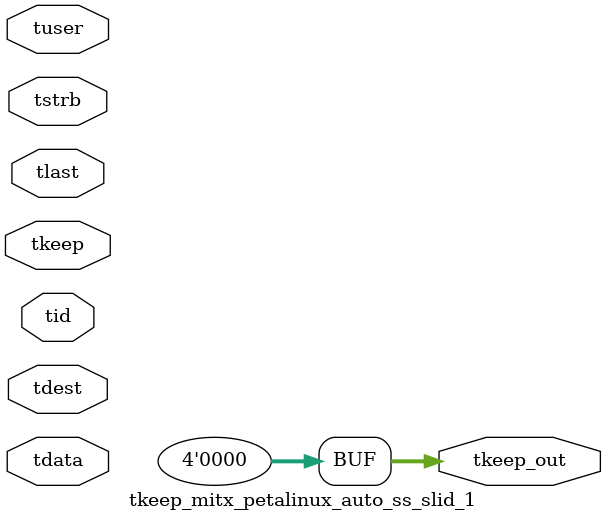
<source format=v>


`timescale 1ps/1ps

module tkeep_mitx_petalinux_auto_ss_slid_1 #
(
parameter C_S_AXIS_TDATA_WIDTH = 32,
parameter C_S_AXIS_TUSER_WIDTH = 0,
parameter C_S_AXIS_TID_WIDTH   = 0,
parameter C_S_AXIS_TDEST_WIDTH = 0,
parameter C_M_AXIS_TDATA_WIDTH = 32
)
(
input  [(C_S_AXIS_TDATA_WIDTH == 0 ? 1 : C_S_AXIS_TDATA_WIDTH)-1:0     ] tdata,
input  [(C_S_AXIS_TUSER_WIDTH == 0 ? 1 : C_S_AXIS_TUSER_WIDTH)-1:0     ] tuser,
input  [(C_S_AXIS_TID_WIDTH   == 0 ? 1 : C_S_AXIS_TID_WIDTH)-1:0       ] tid,
input  [(C_S_AXIS_TDEST_WIDTH == 0 ? 1 : C_S_AXIS_TDEST_WIDTH)-1:0     ] tdest,
input  [(C_S_AXIS_TDATA_WIDTH/8)-1:0 ] tkeep,
input  [(C_S_AXIS_TDATA_WIDTH/8)-1:0 ] tstrb,
input                                                                    tlast,
output [(C_M_AXIS_TDATA_WIDTH/8)-1:0 ] tkeep_out
);

assign tkeep_out = {1'b0};

endmodule


</source>
